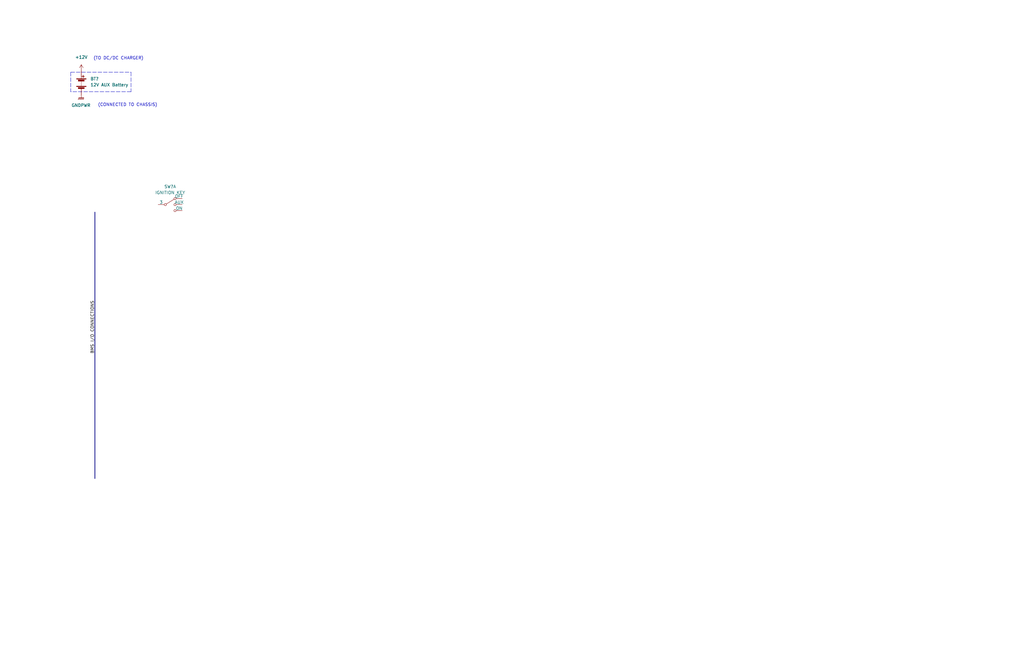
<source format=kicad_sch>
(kicad_sch (version 20211123) (generator eeschema)
  (paper "B")
  (lib_symbols
    (symbol "Device:Battery" (pin_numbers hide) (pin_names (offset 0) hide)
      (property "Reference" "BT" (at 2.54 2.54 0))
      (property "Value" "Battery" (at 2.54 0 0))
      (symbol "Battery_0_1"
        (rectangle (start -2.032 -1.397) (end 2.032 -1.651) (fill (type outline)))
        (rectangle (start -2.032 1.778) (end 2.032 1.524) (fill (type outline)))
        (rectangle (start -1.3208 -1.9812) (end 1.27 -2.4892) (fill (type outline)))
        (rectangle (start -1.3208 1.1938) (end 1.27 0.6858) (fill (type outline)))
        (polyline (pts (xy 0 -1.524) (xy 0 -1.27)))
        (polyline (pts (xy 0 -1.016) (xy 0 -0.762)))
        (polyline (pts (xy 0 -0.508) (xy 0 -0.254)))
        (polyline (pts (xy 0 0) (xy 0 0.254)))
        (polyline (pts (xy 0 0.508) (xy 0 0.762)))
        (polyline (pts (xy 0 1.778) (xy 0 2.54)))
        (polyline (pts (xy 0.254 2.667) (xy 1.27 2.667)) (stroke (width 0.254)))
        (polyline (pts (xy 0.762 3.175) (xy 0.762 2.159)) (stroke (width 0.254)))
      )
      (symbol "Battery_1_1"
        (pin passive line (at 0 5.08 270) (length 2.54) (name "+") (number "1"))
        (pin passive line (at 0 -5.08 90) (length 2.54) (name "-") (number "2"))
      )
    )
    (symbol "Switch:SW_DP3T" (pin_numbers hide) (pin_names (offset 0))
      (property "Reference" "SW?" (at 0 7.62 0))
      (property "Value" "IGNITION KEY" (at 0 5.08 0))
      (symbol "SW_DP3T_0_1"
        (circle (center -2.032 0) (radius 0.4572))
        (polyline (pts (xy -1.651 0.254) (xy 1.651 2.286)))
        (circle (center 2.032 -2.54) (radius 0.4572))
        (circle (center 2.032 0) (radius 0.4572))
        (circle (center 2.032 2.54) (radius 0.4572))
      )
      (symbol "SW_DP3T_1_1"
        (pin passive line (at 5.08 2.54 180) (length 2.54) (name "OFF") (number "1"))
        (pin passive line (at 5.08 0 180) (length 2.54) (name "AUX") (number "2"))
        (pin passive line (at -5.08 0 0) (length 2.54) (name "3") (number "3"))
        (pin passive line (at 5.08 -2.54 180) (length 2.54) (name "ON") (number "4"))
      )
      (symbol "SW_DP3T_2_1"
        (pin passive line (at 5.08 2.54 180) (length 2.54) (name "5") (number "5"))
        (pin passive line (at 5.08 0 180) (length 2.54) (name "6") (number "6"))
        (pin passive line (at -5.08 0 0) (length 2.54) (name "7") (number "7"))
        (pin passive line (at 5.08 -2.54 180) (length 2.54) (name "8") (number "8"))
      )
    )
    (symbol "power:+12V" (power) (pin_names (offset 0))
      (property "Value" "+12V" (at 0 3.556 0))
      (symbol "+12V_0_1"
        (polyline (pts (xy -0.762 1.27) (xy 0 2.54)))
        (polyline (pts (xy 0 0) (xy 0 2.54)))
        (polyline (pts (xy 0 2.54) (xy 0.762 1.27)))
      )
      (symbol "+12V_1_1"
        (pin power_in line (at 0 0 90) (length 0) hide (name "+12V") (number "1"))
      )
    )
    (symbol "power:GNDPWR" (power) (pin_names (offset 0))
      (property "Value" "GNDPWR" (at 0 -3.302 0))
      (symbol "GNDPWR_0_1"
        (polyline (pts (xy 0 -1.27) (xy 0 0)))
        (polyline (pts (xy -1.016 -1.27) (xy -1.27 -2.032) (xy -1.27 -2.032)) (stroke (width 0.2032)))
        (polyline (pts (xy -0.508 -1.27) (xy -0.762 -2.032) (xy -0.762 -2.032)) (stroke (width 0.2032)))
        (polyline (pts (xy 0 -1.27) (xy -0.254 -2.032) (xy -0.254 -2.032)) (stroke (width 0.2032)))
        (polyline (pts (xy 0.508 -1.27) (xy 0.254 -2.032) (xy 0.254 -2.032)) (stroke (width 0.2032)))
        (polyline (pts (xy 1.016 -1.27) (xy -1.016 -1.27) (xy -1.016 -1.27)) (stroke (width 0.2032)))
        (polyline (pts (xy 1.016 -1.27) (xy 0.762 -2.032) (xy 0.762 -2.032) (xy 0.762 -2.032)) (stroke (width 0.2032)))
      )
      (symbol "GNDPWR_1_1"
        (pin power_in line (at 0 0 270) (length 0) hide (name "GNDPWR") (number "1"))
      )
    )
  )
  (bus (pts (xy 40.005 201.93) (xy 40.005 89.535)))
  (polyline (pts (xy 29.845 30.48) (xy 29.845 38.735)))
  (polyline (pts (xy 55.245 38.735) (xy 29.845 38.735)))
  (polyline (pts (xy 55.245 30.48) (xy 55.245 38.735)))
  (polyline (pts (xy 29.845 30.48) (xy 55.245 30.48)))
  (text "(CONNECTED TO CHASSIS)" (at 41.275 45.085 0) (effects (font (size 1.27 1.27)) (justify left bottom)))
  (text "(TO DC/DC CHARGER)" (at 39.37 25.4 0) (effects (font (size 1.27 1.27)) (justify left bottom)))
  (label "BMS I{slash}O CONNECTIONS" (at 40.005 149.225 90))
  (symbol (lib_id "Device:Battery") (at 34.29 34.925 0) (unit 1)
    (property "Reference" "BT?" (at 38.1 33.2739 0) (effects (justify left)))
    (property "Value" "12V AUX Battery" (at 38.1 35.8139 0) (effects (justify left)))
  )
  (symbol (lib_id "power:GNDPWR") (at 34.29 40.005 0) (unit 1)
    (property "Reference" "#PWR?" (effects hide))
    (property "Value" "GNDPWR" (at 34.163 44.45 0))
  )
  (symbol (lib_id "Switch:SW_DP3T") (at 71.755 86.36 0) (unit 1)
    (property "Reference" "SW?" (at 71.755 78.74 0))
    (property "Value" "IGNITION KEY" (at 71.755 81.28 0))
  )
  (symbol (lib_id "power:+12V") (at 34.29 29.845 0) (unit 1)
    (property "Reference" "#PWR?" (effects hide))
    (property "Value" "+12V" (at 34.29 24.13 0))
  )
)
</source>
